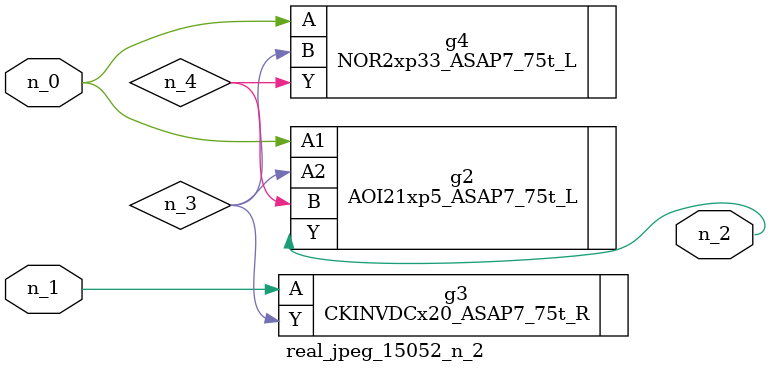
<source format=v>
module real_jpeg_15052_n_2 (n_1, n_0, n_2);

input n_1;
input n_0;

output n_2;

wire n_4;
wire n_3;

AOI21xp5_ASAP7_75t_L g2 ( 
.A1(n_0),
.A2(n_3),
.B(n_4),
.Y(n_2)
);

NOR2xp33_ASAP7_75t_L g4 ( 
.A(n_0),
.B(n_3),
.Y(n_4)
);

CKINVDCx20_ASAP7_75t_R g3 ( 
.A(n_1),
.Y(n_3)
);


endmodule
</source>
